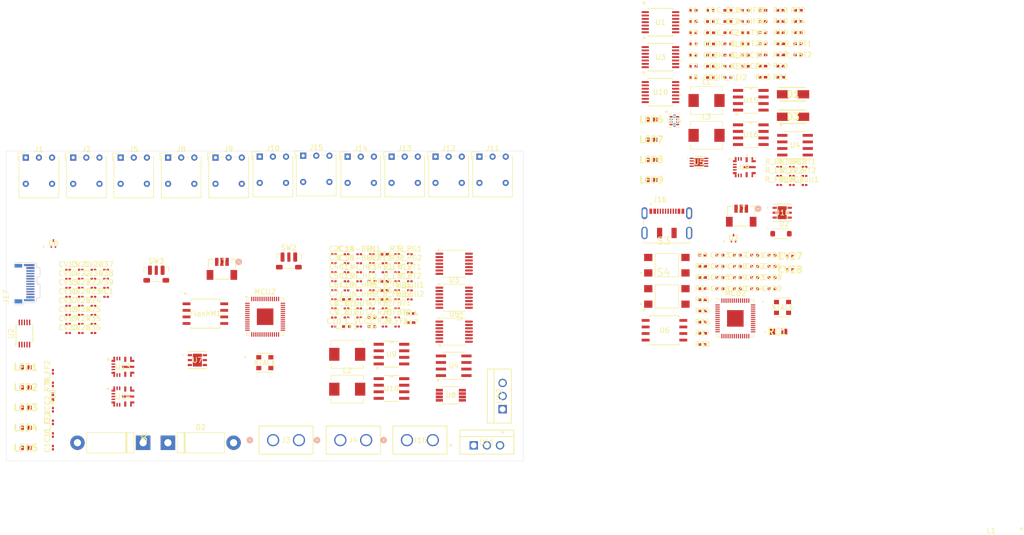
<source format=kicad_pcb>
(kicad_pcb (version 20240108) (generator "pcbnew") (generator_version "8.0")
  (layers (0 "F.Cu" signal) (1 "In1.Cu" signal) (2 "In2.Cu" signal) (3 "In3.Cu" signal) (4 "In4.Cu" signal) (31 "B.Cu" signal) (34 "B.Paste" user) (35 "F.Paste" user) (36 "B.SilkS" user "B.Silkscreen") (37 "F.SilkS" user "F.Silkscreen") (38 "B.Mask" user) (39 "F.Mask" user) (44 "Edge.Cuts" user))
  (net 0 "")
  (net 1 "Net-(U1-T+)")
  (net 2 "GND")
  (net 3 "Net-(U1-T-)")
  (net 4 "+3.3V")
  (net 5 "+5V")
  (net 6 "Net-(U3-T+)")
  (net 7 "Net-(U3-T-)")
  (net 8 "Net-(U5-T+)")
  (net 9 "Net-(U5-T-)")
  (net 10 "Net-(U8-EN)")
  (net 11 "Net-(MCU2-RUN)")
  (net 12 "Net-(MCU2-VREG_VOUT)")
  (net 13 "/5V REG")
  (net 14 "Net-(U13-SW)")
  (net 15 "Net-(U13-CBOOT)")
  (net 16 "Net-(U14-SW)")
  (net 17 "Net-(U14-CBOOT)")
  (net 18 "Net-(C_FF1-Pad1)")
  (net 19 "Net-(U13-FB)")
  (net 20 "Net-(U14-FB)")
  (net 21 "Net-(C_FF2-Pad1)")
  (net 22 "+16V")
  (net 23 "+12V")
  (net 24 "Net-(U13-VCC)")
  (net 25 "Net-(U14-VCC)")
  (net 26 "Net-(D1-A)")
  (net 27 "Net-(D2-A)")
  (net 28 "/RP2040 Standard/MCU QSPI_SD0")
  (net 29 "/RP2040 Standard/MCU QSPI_SD1")
  (net 30 "/RP2040 Standard/MCU QSPI_SS")
  (net 31 "/RP2040 Standard/MCU QSPI_SD2")
  (net 32 "/RP2040 Standard/MCU QSPI_SD3")
  (net 33 "/RP2040 Standard/MCU QSPI_SCLK")
  (net 34 "/THERMO1 T+")
  (net 35 "Net-(J2-Pin_1)")
  (net 36 "Net-(J5-Pin_1)")
  (net 37 "Net-(J7-Pad3)")
  (net 38 "Net-(J7-Pad1)")
  (net 39 "/THERMO1 T-")
  (net 40 "/THERMO2 T+")
  (net 41 "/THERMO2 T-")
  (net 42 "/THERMO3 T+")
  (net 43 "/THERMO3 T-")
  (net 44 "/ADC_AIN0")
  (net 45 "/RP2040 Standard/USB_DM")
  (net 47 "Net-(J17-CC1)")
  (net 50 "Net-(J17-CC2)")
  (net 53 "/RP2040 Standard/USB_DP")
  (net 55 "Net-(LED1-A)")
  (net 56 "Net-(LED2-K)")
  (net 57 "Net-(LED2-A)")
  (net 58 "Net-(LED3-A)")
  (net 59 "Net-(LED3-K)")
  (net 60 "Net-(LED4-A)")
  (net 61 "Net-(LED4-K)")
  (net 62 "Net-(LED5-K)")
  (net 63 "Net-(LED5-A)")
  (net 64 "/SPI_MOSI")
  (net 65 "/THERMO3_~{FAULT}")
  (net 66 "/THERMO2_~{FAULT}")
  (net 67 "/RS_RX")
  (net 68 "Net-(MCU2-USB_DM)")
  (net 69 "Net-(MCU2-SWCLK)")
  (net 70 "/RP2040 Standard/GP26_ADC0")
  (net 71 "/THERMO3_~{DRDY}")
  (net 72 "/DC.DC2 PGOOD")
  (net 73 "/THERMO1_~{CS}")
  (net 74 "/THERMO1_~{FAULT}")
  (net 75 "/RP2040 Standard/GP9{slash}SPI1 ~{CS}")
  (net 76 "/THERMO2_~{CS}")
  (net 77 "/Valve Control 2")
  (net 78 "/RP2040 Standard/GP29_ADC3")
  (net 79 "Net-(MCU2-SWD)")
  (net 80 "/RP2040 Standard/GP8{slash}SPI1 MISO")
  (net 81 "/RP2040 Standard/GP10{slash}SPI1 SCK")
  (net 82 "CRYSTAL")
  (net 84 "/ADC SDA I2C")
  (net 85 "/RP2040 Standard/GPIO3")
  (net 86 "/SPI_SCK")
  (net 87 "Net-(MCU2-USB_DP)")
  (net 88 "/RP2040 Standard/GP25{slash}PWM4 B")
  (net 89 "/ADC SDL I2C")
  (net 90 "/THERMO3_~{CS}")
  (net 91 "/DC.DC1 PGOOD")
  (net 92 "/RS_TX")
  (net 93 "/THERMO1_~{DRDY}")
  (net 94 "/RP2040 Standard/GP27_ADC1")
  (net 95 "/SPI_MISO")
  (net 96 "/THERMO2_~{DRDY}")
  (net 97 "/RP2040 Standard/GP28_ADC2")
  (net 98 "/RS_ENABLE")
  (net 99 "/Valve Control 1")
  (net 100 "/ADC RDY")
  (net 101 "Net-(U2-SDA)")
  (net 102 "Net-(U2-SCL)")
  (net 103 "/RP2040 Standard/~{RST}")
  (net 104 "Net-(XTAL1-TRI-STATE(STBY))")
  (net 105 "/RP2040 Standard/~{USB_BOOT}")
  (net 106 "Net-(U13-EN{slash}SYNC)")
  (net 107 "Net-(U14-EN{slash}SYNC)")
  (net 108 "+3V3")
  (net 109 "Net-(U13-RT)")
  (net 110 "Net-(U14-RT)")
  (net 113 "Net-(U2-ADDR)")
  (net 120 "Net-(U10-T+)")
  (net 121 "Net-(U10-T-)")
  (net 122 "Net-(U9-SW)")
  (net 123 "Net-(U9-CBOOT)")
  (net 124 "Net-(U9-VCC)")
  (net 125 "Net-(D2-PadA)")
  (net 126 "Net-(D3-A)")
  (net 135 "Net-(J16-CC1)")
  (net 136 "Net-(J16-CC2)")
  (net 137 "Net-(LED6-A)")
  (net 138 "Net-(LED7-A)")
  (net 139 "Net-(LED8-A)")
  (net 140 "Net-(LED9-A)")
  (net 141 "/TEMP ALERT")
  (net 142 "/TEMP SDA I2C")
  (net 143 "/TEMP SDL I2C")
  (net 144 "Net-(Q1-D)")
  (net 145 "Net-(U15-1SOURCE)")
  (net 146 "Net-(U15-2SOURCE)")
  (net 147 "Net-(U16-1SOURCE)")
  (net 148 "Net-(U16-2SOURCE)")
  (net 149 "Net-(U14-SCL)")
  (net 150 "Net-(U14-SDA)")
  (net 151 "Net-(U9-EN{slash}SYNC)")
  (net 152 "Net-(U9-FB)")
  (net 153 "Net-(U9-RT)")
  (footprint "SWD_Con:CONN_BM03B-SRSS-TBLFSN_JST" (layer "F.Cu") (at 232.6577 72.6083)
    (property "Reference" "J7")
    (property "Value" "BM03B-SRSS-TBLFSN")
  )
  (footprint "Capacitor_SMD:C_0201_0603Metric" (layer "F.Cu") (at 153.855 94)
    (property "Reference" "C10")
    (property "Value" "10nF")
  )
  (footprint "Resistor_SMD:R_0201_0603Metric" (layer "F.Cu") (at 166.105 92.25)
    (property "Reference" "R_FBT2")
    (property "Value" "100K")
  )
  (footprint "Package_SO:TSSOP-14_4.4x5mm_P0.65mm" (layer "F.Cu") (at 177.124201 94.9948)
    (property "Reference" "U5")
    (property "Value" "MAX31856")
  )
  (footprint "Package_SO:TSSOP-14_4.4x5mm_P0.65mm" (layer "F.Cu") (at 177.124201 88.4198)
    (property "Reference" "U3")
    (property "Value" "MAX31856")
  )
  (footprint "Resistor_SMD:R_0201_0603Metric" (layer "F.Cu") (at 109.795 88.25)
    (property "Reference" "RC1")
    (property "Value" "5k1")
  )
  (footprint "RC0402N_VIS:RC0402N_VIS" (layer "F.Cu") (at 168.740798 93.237997)
    (property "Reference" "R17")
    (property "Value" "10k")
  )
  (footprint "CAP_GCM155_MUR:CAP_GCM155_MUR" (layer "F.Cu") (at 230.0805 39.2744)
    (property "Reference" "C_IN-BLK1")
    (property "Value" "C")
  )
  (footprint "CAP_GCM155_MUR:CAP_GCM155_MUR" (layer "F.Cu") (at 238.6327 84.516)
    (property "Reference" "CV29")
    (property "Value" "1uF")
  )
  (footprint "CAP_GCM155_MUR:CAP_GCM155_MUR" (layer "F.Cu") (at 226.7183 32.7692)
    (property "Reference" "C9")
    (property "Value" "10nF")
  )
  (footprint "CAP_GCM155_MUR:CAP_GCM155_MUR" (layer "F.Cu") (at 231.9083 82.3476)
    (property "Reference" "CV18")
    (property "Value" "1uF")
  )
  (footprint "DCDC_LM61460:VQFN-HR14_RJR_TEX" (layer "F.Cu") (at 233.260799 63.138599)
    (property "Reference" "U9")
    (property "Value" "LM61460AASQRJRRQ1")
  )
  (footprint "CAP_GCM155_MUR:CAP_GCM155_MUR" (layer "F.Cu") (at 233.4427 39.2744)
    (property "Reference" "C_OUT2")
    (property "Value" "C")
  )
  (footprint "LDO ST1L05A:DFN_5APU33R_STM" (layer "F.Cu") (at 127.4478 100.5)
    (property "Reference" "U7")
    (property "Value" "ST1L05APU33R")
  )
  (footprint "RC0402N_VIS:RC0402N_VIS" (layer "F.Cu") (at 243.668995 32.7652)
    (property "Reference" "R32")
    (property "Value" "100")
  )
  (footprint "Button_Switch_THT:SW_Lever_1P2T_NKK_GW12LxH" (layer "F.Cu") (at 147.92 60.92)
    (property "Reference" "J15")
    (property "Value" "Conn_01x01_Socket")
  )
  (footprint "Capacitor_SMD:C_0201_0603Metric" (layer "F.Cu") (at 104.895 93.5)
    (property "Reference" "CV27")
    (property "Value" "4.7uF")
  )
  (footprint "RC0402N_VIS:RC0402N_VIS" (layer "F.Cu") (at 236.825799 37.086)
    (property "Reference" "R5")
    (property "Value" "2k")
  )
  (footprint "Button_Switch_SMD:SW_Push_1P1T-MP_NO_Horizontal_Alps_SKRTLAE010" (layer "F.Cu") (at 145.15 81.45)
    (property "Reference" "SW2")
    (property "Value" "SW_Push")
  )
  (footprint "CAP_GCM155_MUR:CAP_GCM155_MUR" (layer "F.Cu") (at 156.305 88.75)
    (property "Reference" "C23")
    (property "Value" "100nF")
  )
  (footprint "CAP_GCM155_MUR:CAP_GCM155_MUR" (layer "F.Cu") (at 230.0805 37.106)
    (property "Reference" "C_FF2")
    (property "Value" "C")
  )
  (footprint "Schottky RSX301L:DIOM5026X220N" (layer "F.Cu") (at 242.685 53.38)
    (property "Reference" "D3")
    (property "Value" "RSX301L-30DDTE25" (hide yes))
  )
  (footprint "RC0402N_VIS:RC0402N_VIS" (layer "F.Cu") (at 225.155799 82.3356)
    (property "Reference" "R22")
    (property "Value" "1k")
  )
  (footprint "CAP_GCM155_MUR:CAP_GCM155_MUR" (layer "F.Cu") (at 156.305 94)
    (property "Reference" "C_FF1")
    (property "Value" "C")
  )
  (footprint "2 PMOS:D8" (layer "F.Cu") (at 234.5096 50.1871)
    (property "Reference" "U15")
    (property "Value" "TPS1120DR")
  )
  (footprint "CAP_GCM155_MUR:CAP_GCM155_MUR" (layer "F.Cu") (at 223.3561 41.4428)
    (property "Reference" "C6")
    (property "Value" "100nF")
  )
  (footprint "Thermocouple:21-0066J_14_MXM" (layer "F.Cu") (at 217.0374 35.0679)
    (property "Reference" "U1")
    (property "Value" "MAX31856MUD+T")
  )
  (footprint "Capacitor_SMD:C_0201_0603Metric" (layer "F.Cu") (at 104.895 84.75)
    (property "Reference" "CV22")
    (property "Value" "100nF")
  )
  (footprint "CAP_GCM155_MUR:CAP_GCM155_MUR" (layer "F.Cu") (at 226.7183 43.6112)
    (property "Reference" "C19")
    (property "Value" "100nF")
  )
  (footprint "Button_Switch_THT:SW_Lever_1P2T_NKK_GW12LxH" (layer "F.Cu") (at 165.0225 61.1025)
    (property "Reference" "J13")
    (property "Value" "Conn_01x01_Socket")
  )
  (footprint "CAP_GCM155_MUR:CAP_GCM155_MUR" (layer "F.Cu") (at 226.7183 37.106)
    (property "Reference" "C11")
    (property "Value" "100 nF")
  )
  (footprint "Capacitor_SMD:C_0201_0603Metric" (layer "F.Cu") (at 158.755 81.75)
    (property "Reference" "C_IN-BLK2")
    (property "Value" "C")
  )
  (footprint "CAP_GCM155_MUR:CAP_GCM155_MUR" (layer "F.Cu") (at 231.9083 84.516)
    (property "Reference" "CV19")
    (property "Value" "100nF")
  )
  (footprint "Red SMD LED:HSMHH191" (layer "F.Cu") (at 94.25 109.7)
    (property "Reference" "LED3")
    (property "Value" "HSMH-H191" (hide yes))
  )
  (footprint "RC0402N_VIS:RC0402N_VIS" (layer "F.Cu") (at 161.205 94)
    (property "Reference" "R9")
    (property "Value" "10K")
  )
  (footprint "CAP_GCM155_MUR:CAP_GCM155_MUR" (layer "F.Cu") (at 226.7183 45.7796)
    (property "Reference" "C20")
    (property "Value" "10nF")
  )
  (footprint "Resistor_SMD:R_0201_0603Metric" (layer "F.Cu") (at 168.555 83.5)
    (property "Reference" "R_RT1")
    (property "Value" "R")
  )
  (footprint "Capacitor_SMD:C_0201_0603Metric" (layer "F.Cu") (at 104.895 88.25)
    (property "Reference" "CV24")
    (property "Value" "100nF")
  )
  (footprint "Capacitor_SMD:C_0201_0603Metric" (layer "F.Cu") (at 102.445 91.75)
    (property "Reference" "CV18")
    (property "Value" "1uF")
  )
  (footprint "Schottky RSX301L:DIOM5026X220N" (layer "F.Cu") (at 242.685 49.03)
    (property "Reference" "D1")
    (property "Value" "RSX301L-30DDTE25" (hide yes))
  )
  (footprint "Thermocouple:21-0066J_14_MXM" (layer "F.Cu") (at 217.0374 41.8337)
    (property "Reference" "U3")
    (property "Value" "MAX31856MUD+T")
  )
  (footprint "Resistor_SMD:R_0201_0603Metric" (layer "F.Cu") (at 163.655 83.5)
    (property "Reference" "R13")
    (property "Value" "100")
  )
  (footprint "ADS1114:RUG10" (layer "F.Cu") (at 219.7302 54.133)
    (property "Reference" "U14")
    (property "Value" "ADS1114IRUGR")
  )
  (footprint "Capacitor_SMD:C_0201_0603Metric" (layer "F.Cu") (at 102.445 90)
    (property "Reference" "CV17")
    (property "Value" "100nF")
  )
  (footprint "Capacitor_SMD:C_0201_0603Metric" (layer "F.Cu") (at 99.5 110.105 90)
    (property "Reference" "C_VCC2")
    (property "Value" "C")
  )
  (footprint "Red SMD LED:HSMHH191" (layer "F.Cu") (at 94.25 101.9)
    (property "Reference" "LED1")
    (property "Value" "HSMH-H191" (hide yes))
  )
  (footprint "Capacitor_SMD:C_0201_0603Metric" (layer "F.Cu") (at 153.855 90.5)
    (property "Reference" "C8")
    (property "Value" "100nF")
  )
  (footprint "RC0402N_VIS:RC0402N_VIS" (layer "F.Cu") (at 225.155799 84.496)
    (property "Reference" "R23")
    (property "Value" "27")
  )
  (footprint "AMASS_XT30UPB-M:CONN_XT30UPB-M_AMA" (layer "F.Cu") (at 155.1049 116)
    (property "Reference" "J4")
    (property "Value" "XT30UPB-M")
  )
  (footprint "Capacitor_SMD:C_0201_0603Metric" (layer "F.Cu") (at 153.855 80)
    (property "Reference" "C2")
    (property "Value" "100nF")
  )
  (footprint "Resistor_SMD:R_0201_0603Metric" (layer "F.Cu") (at 163.655 94)
    (property "Reference" "R29")
    (property "Value" "2k")
  )
  (footprint "AMASS_XT30UPB-M:CONN_XT30UPB-M_AMA" (layer "F.Cu") (at 142.1049 116)
    (property "Reference" "J3")
    (property "Value" "XT30UPB-M")
  )
  (footprint "CAP_GCM155_MUR:CAP_GCM155_MUR" (layer "F.Cu") (at 235.2705 86.6844)
    (property "Reference" "CV24")
    (property "Value" "100nF")
  )
  (footprint "PMEG2010ER:SODFL3517X110N" (layer "F.Cu") (at 240.355 76.025)
    (property "Reference" "D2")
    (property "Value" "PMEG2010ER")
  )
  (footprint "Resistor_SMD:R_0201_0603Metric" (layer "F.Cu") (at 99.5 102.755 90)
    (property "Reference" "R_FF2")
    (property "Value" "R")
  )
  (footprint "CAP_GCM155_MUR:CAP_GCM155_MUR" (layer "F.Cu") (at 223.3561 45.7796)
    (property "Reference" "C8")
    (property "Value" "10nF")
  )
  (footprint "Resistor_SMD:R_0201_0603Metric" (layer "F.Cu") (at 107.345 91.75)
    (property "Reference" "R25")
    (property "Value" "100")
  )
  (footprint "Button_Switch_THT:SW_Lever_1P2T_NKK_GW12LxH" (layer "F.Cu") (at 112.61 61.285)
    (property "Reference" "J5")
    (property "Value" "Conn_01x01_Socket")
  )
  (footprint "RC0402N_VIS:RC0402N_VIS" (layer "F.Cu") (at 240.247397 34.9256)
    (property "Reference" "R19")
    (property "Value" "47")
  )
  (footprint "Button_Switch_SMD:SW_Push_1P1T-MP_NO_Horizontal_Alps_SKRTLAE010" (layer "F.Cu") (at 119.5 84)
    (property "Reference" "SW3")
    (property "Value" "SW_Push")
  )
  (footprint "Resistor_SMD:R_0201_0603Metric" (layer "F.Cu") (at 244.91 63.09)
    (property "Reference" "R_RT1")
    (property "Value" "R")
  )
  (footprint "Dual PMOS:D8" (layer "F.Cu") (at 165 106)
    (property "Reference" "U10")
    (property "Value" "TPS1120DR")
  )
  (footprint "RC0402N_VIS:RC0402N_VIS" (layer "F.Cu") (at 99.5 107.655 90)
    (property "Reference" "R10")
    (property "Value" "10K")
  )
  (footprint "NOR Flash:SOIC_208MIL_WIN" (layer "F.Cu") (at 217.8121 94.7176)
    (property "Reference" "U6")
    (property "Value" "W25Q128JVSIQ TR")
  )
  (footprint "Button_Switch_THT:SW_Lever_1P2T_NKK_GW12LxH" (layer "F.Cu") (at 173.5225 61.1025)
    (property "Reference" "J12")
    (property "Value" "Conn_01x01_Socket")
  )
  (footprint "Diode_THT:D_5W_P12.70mm_Horizontal" (layer "F.Cu") (at 116.9549 116.5 180)
    (property "Reference" "D1")
    (property "Value" "1N5818")
  )
  (footprint "RC0402N_VIS:RC0402N_VIS" (layer "F.Cu") (at 225.155799 80.1752)
    (property "Reference" "R3")
    (property "Value" "5k1")
  )
  (footprint "Resistor_SMD:R_0201_0603Metric" (layer "F.Cu") (at 166.105 88.75)
    (property "Reference" "R_FBB2")
    (property "Value" "R")
  )
  (footprint "Red SMD LED:HSMHH191" (layer "F.Cu") (at 94.25 113.6)
    (property "Reference" "LED4")
    (property "Value" "HSMH-H191" (hide yes))
  )
  (footprint "Resistor_SMD:R_0201_0603Metric" (layer "F.Cu") (at 109.795 83)
    (property "Reference" "R37")
    (property "Value" "10k")
  )
  (footprint "Resistor_SMD:R_0201_0603Metric" (layer "F.Cu") (at 161.205 83.5)
    (property "Reference" "R3")
    (property "Value" "2k")
  )
  (footprint "Package_SO:TSSOP-10_3x3mm_P0.5mm" (layer "F.Cu") (at 94 95.35 90)
    (property "Reference" "U2")
    (property "Value" "ADS1114IDGS")
  )
  (footprint "Capacitor_SMD:C_0201_0603Metric" (layer "F.Cu") (at 158.755 87)
    (property "Reference" "C_IN_HFI1")
    (property "Value" "C")
  )
  (footprint "Capacitor_SMD:C_0201_0603Metric" (layer "F.Cu") (at 104.895 86.5)
    (property "Reference" "CV23")
    (property "Value" "100nF")
  )
  (footprint "Thermocouple:21-0066J_14_MXM" (layer "F.Cu") (at 217.0374 48.5995)
    (property "Reference" "U10")
    (property "Value" "MAX31856MUD+T")
  )
  (footprint "Resistor_SMD:R_0201_0603Metric" (layer "F.Cu") (at 107.345 88.25)
    (property "Reference" "R23")
    (property "Value" "27")
  )
  (footprint "CAP_GCM155_MUR:CAP_GCM155_MUR" (layer "F.Cu") (at 235.2705 80.1792)
    (property "Reference" "CV21")
    (property "Value" "100nF")
  )
  (footprint "2 PMOS:D8" (layer "F.Cu") (at 234.5096 56.8513)
    (property "Reference" "U16")
    (property "Value" "TPS1120DR")
  )
  (footprint "USBC-DX07S016JA1:JAE_DX07S016JA1R1500" (layer "F.Cu") (at 218.27 72.775)
    (property "Reference" "J16")
    (property "Value" "DX07S016JA1R1500")
    (fp_line (start 2.875 -0.315) (end 3.125 -0.315) (stroke (width 0.01)) (layer "Edge.Cuts"))
    (fp_line (start 3.125 0.315) (end 2.875 0.315) (stroke (width 0.01)) (layer "Edge.Cuts"))
    (fp_arc (start 2.56 0) (mid 2.652261 -0.222739) (end 2.875 -0.315) (stroke (width 0.01)) (layer "Edge.Cuts"))
    (fp_arc (start 2.875 0.315) (mid 2.652261 0.222739) (end 2.56 0) (stroke (width 0.01)) (layer "Edge.Cuts"))
    (fp_arc (start 3.125 -0.315) (mid 3.347739 -0.222739) (end 3.44 0) (stroke (width 0.01)) (layer "Edge.Cuts"))
    (fp_arc (start 3.44 0) (mid 3.347739 0.222739) (end 3.125 0.315) (stroke (width 0.01)) (layer "Edge.Cuts"))
  )
  (footprint "CAP_GCM155_MUR:CAP_GCM155_MUR" (layer "F.Cu") (at 233.4427 37.106)
    (property "Reference" "C_OUT1")
    (property "Value" "C")
  )
  (footprint "Capacitor_SMD:C_0201_0603Metric" (layer "F.Cu") (at 104.895 90)
    (property "Reference" "CV25")
    (property "Value" "1uF")
  )
  (footprint "Resistor_SMD:R_0201_0603Metric" (layer "F.Cu") (at 166.105 81.75)
    (property "Reference" "R32")
    (property "Value" "30")
  )
  (footprint "I2C Voltage Translator:TSSOP8_SOT505-1_NXP" (layer "F.Cu") (at 176.487701 107.3044)
    (property "Reference" "U8")
    (property "Value" "PCA9306DP_118")
  )
  (footprint "Capacitor_SMD:C_0201_0603Metric" (layer "F.Cu") (at 99.5 117.455 90)
    (property "Reference" "C1")
    (property "Value" "10nF")
  )
  (footprint "Red SMD LED:HSMHH191" (layer "F.Cu") (at 94.25 117.5)
    (property "Reference" "LED5")
    (property "Value" "HSMH-H191" (hide yes))
  )
  (footprint "Red SMD LED:HSMHH191" (layer "F.Cu") (at 215.275 61.725)
    (property "Reference" "LED8")
    (property "Value" "HSMH-H191" (hide yes))
  )
  (footprint "Resistor_SMD:R_0201_0603Metric" (layer "F.Cu") (at 107.345 93.5)
    (property "Reference" "R35")
    (property "Value" "100")
  )
  (footprint "Button_Switch_THT:SW_Lever_1P2T_NKK_GW12LxH" (layer "F.Cu") (at 121.785 61.285)
    (property "Reference" "J8")
    (property "Value" "Conn_01x01_Socket")
  )
  (footprint "RC0402N_VIS:RC0402N_VIS" (layer "F.Cu") (at 236.825799 41.4068)
    (property "Reference" "R7")
    (property "Value" "100")
  )
  (footprint "Capacitor_SMD:C_0201_0603Metric" (layer "F.Cu") (at 153.855 88.75)
    (property "Reference" "C7")
    (property "Value" "10nF")
  )
  (footprint "RC0402N_VIS:RC0402N_VIS" (layer "F.Cu") (at 240.247397 41.4068)
    (property "Reference" "R27")
    (property "Value" "2k")
  )
  (footprint "CAP_GCM155_MUR:CAP_GCM155_MUR" (layer "F.Cu") (at 223.3561 32.7692)
    (property "Reference" "C1")
    (property "Value" "100nF")
  )
  (footprint "RC0402N_VIS:RC0402N_VIS" (layer "F.Cu") (at 243.668995 39.2464)
    (property "Reference" "R_FBT1")
    (property "Value" "100K")
  )
  (footprint "Resistor_SMD:R_0201_0603Metric" (layer "F.Cu") (at 163.655 92.25)
    (property "Reference" "R28")
    (property "Value" "30")
  )
  (footprint "CAP_GCM155_MUR:CAP_GCM155_MUR" (layer "F.Cu") (at 233.4427 43.6112)
    (property "Reference" "C_VCC2")
    (property "Value" "C")
  )
  (footprint "RC0402N_VIS:RC0402N_VIS" (layer "F.Cu") (at 240.247397 37.086)
    (property "Reference" "R20")
    (property "Value" "47")
  )
  (footprint "CAP_GCM155_MUR:CAP_GCM155_MUR" (layer "F.Cu") (at 238.6327 80.1792)
    (property "Reference" "CV25")
    (property "Value" "1uF")
  )
  (footprint "Capacitor_SMD:C_0201_0603Metric" (layer "F.Cu") (at 102.445 86.5)
    (property "Reference" "CV15")
    (property "Value" "1uF")
  )
  (footprint "RC0402N_VIS:RC0402N_VIS" (layer "F.Cu") (at 236.825799 34.9256)
    (property "Reference" "R2")
    (property "Value" "100")
  )
  (footprint "DCDC_LM61460:VQFN-HR14_RJR_TEX" (layer "F.Cu") (at 113.050001 101.800602)
    (property "Reference" "U13")
    (property "Value" "LM61460AASQRJRRQ1")
  )
  (footprint "RC0402N_VIS:RC0402N_VIS" (layer "F.Cu") (at 168.740798 91.487997)
    (property "Reference" "R14")
    (property "Value" "10k")
  )
  (footprint "CAP_GCM155_MUR:CAP_GCM155_MUR" (layer "F.Cu") (at 228.5461 82.3476)
    (property "Reference" "CV14")
    (property "Value" "100nF")
  )
  (footprint "Capacitor_SMD:C_0201_0603Metric" (layer "F.Cu") (at 102.445 84.75)
    (property "Reference" "CV14")
    (property "Value" "100nF")
  )
  (footprint "RC0402N_VIS:RC0402N_VIS" (layer "F.Cu") (at 161.205 85.25)
    (property "Reference" "R4")
    (property "Value" "200k")
  )
  (footprint "Resistor_SMD:R_0201_0603Metric" (layer "F.Cu") (at 161.205 90.5)
    (property "Reference" "R7")
    (property "Value" "100")
  )
  (footprint "RC0402N_VIS:RC0402N_VIS" (layer "F.Cu") (at 240.247397 32.7652)
    (property "Reference" "R18")
    (property "Value" "47")
  )
  (footprint "CAP_GCM155_MUR:CAP_GCM155_MUR" (layer "F.Cu") (at 226.7183 39.2744)
    (property "Reference" "C17")
    (property "Value" "10nF")
  )
  (footprint "RC0402N_VIS:RC0402N_VIS" (layer "F.Cu") (at 243.668995 34.9256)
    (property "Reference" "R34")
    (property "Value" "2k")
  )
  (footprint "Inductor_SMD:L_Neosid_SM-PIC0512H" (layer "F.Cu") (at 225.95 50.23)
    (property "Reference" "L1")
    (property "Value" "L")
  )
  (footprint "Capacitor_SMD:C_0201_0603Metric" (layer "F.Cu") (at 107.345 83)
    (property "Reference" "CV29")
    (property "Value" "1uF")
  )
  (footprint "Resistor_SMD:R_0201_0603Metric" (layer "F.Cu") (at 168.555 80)
    (property "Reference" "R_PG1")
    (property "Value" "R")
  )
  (footprint "Inductor_SMD:L_Neosid_SM-PIC0512H" (layer "F.Cu") (at 225.95 56.98)
    (property "Reference" "L3")
    (property "Value" "L")
  )
  (footprint "Capacitor_SMD:C_0201_0603Metric" (layer "F.Cu") (at 153.855 85.25)
    (property "Reference" "C5")
    (property "Value" "100 nF")
  )
  (footprint "RC0402N_VIS:RC0402N_VIS" (layer "F.Cu") (at 163.655 80)
    (property "Reference" "R11")
    (property "Value" "20K")
  )
  (footprint "CAP_GCM155_MUR:CAP_GCM155_MUR" (layer "F.Cu") (at 231.9083 86.6844)
    (property "Reference" "CV20")
    (property "Value" "100nF")
  )
  (footprint "GRM15x:GRM15x" (layer "F.Cu") (at 242.105 80.395)
    (property "Reference" "CV27")
    (property "Value" "4.7uF" (hide yes))
  )
  (footprint "Resistor_SMD:R_0201_0603Metric" (layer "F.Cu") (at 242.46 63.09)
    (property "Reference" "R_FBB2")
    (property "Value" "R")
  )
  (footprint "CAP_GCM155_MUR:CAP_GCM155_MUR" (layer "F.Cu") (at 223.3561 39.2744)
    (property "Reference" "C4")
    (property "Value" "10nF")
  )
  (footprint "CAP_GCM155_MUR:CAP_GCM155_MUR" (layer "F.Cu") (at 226.7183 34.9376)
    (property "Reference" "C10")
    (property "Value" "10nF")
  )
  (footprint "Red SMD LED:HSMHH191" (layer "F.Cu") (at 215.275 65.625)
    (property "Reference" "LED9")
    (property "Value" "HSMH-H191" (hide yes))
  )
  (footprint "RC0402N_VIS:RC0402N_VIS" (layer "F.Cu") (at 240.247397 43.5672)
    (property "Reference" "R28")
    (property "Value" "100")
  )
  (footprint "RC0402N_VIS:RC0402N_VIS" (layer "F.Cu") (at 236.825799 32.7652)
    (property "Reference" "R1")
    (property "Value" "100")
  )
  (footprint "Resistor_SMD:R_0201_0603Metric" (layer "F.Cu") (at 166.105 80)
    (property "Reference" "R31")
    (property "Value" "30")
  )
  (footprint "Package_SO:TSSOP-14_4.4x5mm_P0.65mm" (layer "F.Cu") (at 177.124201 81.8448)
    (property "Reference" "U1")
    (property "Value" "MAX31856")
  )
  (footprint "RC0402N_VIS:RC0402N_VIS" (layer "F.Cu") (at 225.155799 97.4584)
    (property "Reference" "R38")
    (property "Value" "1k")
  )
  (footprint "Resistor_SMD:R_0201_0603Metric" (layer "F.Cu") (at 109.795 84.75)
    (property "Reference" "R38")
    (property "Value" "1k")
  )
  (footprint "CAP_GCM155_MUR:CAP_GCM155_MUR" (layer "F.Cu") (at 233.4427 34.9376)
    (property "Reference" "C_IN_HFI4")
    (property "Value" "C")
  )
  (footprint "RC0402N_VIS:RC0402N_VIS" (layer "F.Cu") (at 163.655 85.25)
    (property "Reference" "R15")
    (property "Value" "20K")
  )
  (footprint "Inductor_SMD:L_Neosid_SM-PIC0512H" (layer "F.Cu") (at 156.4404 99.3787)
    (property "Reference" "L1")
    (property "Value" "L")
  )
  (footprint "RC0402N_VIS:RC0402N_VIS" (layer "F.Cu") (at 236.825799 39.2464)
    (property "Reference" "R6")
    (property "Value" "100")
  )
  (footprint "SWD_Con:CONN_BM03B-SRSS-TBLFSN_JST" (layer "F.Cu") (at 132.2 82.903401)
    (property "Reference" "J7")
    (property "Value" "BM03B-SRSS-TBLFSN")
  )
  (footprint "Resistor_SMD:R_0201_0603Metric" (layer "F.Cu") (at 166.105 83.5)
    (property "Reference" "R_ENT1")
    (property "Value" "R")
  )
  (footprint "CAP_GCM155_MUR:CAP_GCM155_MUR" (layer "F.Cu") (at 223.3561 43.6112)
    (property "Reference" "C7")
    (property "Value" "10nF")
  )
  (footprint "Capacitor_SMD:C_0201_0603Metric" (layer "F.Cu") (at 156.305 85.25)
    (property "Reference" "C15")
    (property "Value" "10nF")
  )
  (footprint "RS Transceiver:21-0041-3-M_90-0096-8L_MXM" (layer "F.Cu") (at 243.0708 58.8852)
    (property "Reference" "U4")
    (property "Value" "MAX485CSA+T")
  )
  (footprint "Connector_USB:USB_C_Plug_JAE_DX07P024AJ1" (layer "F.Cu") (at 94 85.5 90)
    (property "Reference" "J17")
    (property "Value" "USB_C")
    (fp_line (start -4.3 -1.93) (end -4.3 -0.2275) (stroke (width 0.1)) (layer "Edge.Cuts"))
    (fp_line (start -4.3 -0.2275) (end -3.9 -0.2275) (stroke (width 0.1)) (layer "Edge.Cuts"))
    (fp_line (start 3.9 1.9225) (end 3.9 -1.9175) (stroke (width 0.1)) (layer "Edge.Cuts"))
    (fp_line (start -3.9 1.9225) (end -3.9 -0.2275) (stroke (width 0.1)) (layer "Edge.Cuts"))
    (fp_line (start 3.575 2.3725) (end 3.9 1.9225) (stroke (width 0.1)) (layer "Edge.Cuts"))
    (fp_line (start 3.125 2.3725) (end 3.575 2.3725) (stroke (width 0.1)) (layer "Edge.Cuts"))
    (fp_line (start -3.125 2.3725) (end -3.53 2.3725) (stroke (width 0.1)) (layer "Edge.Cuts"))
    (fp_line (start -3.53 2.3725) (end -3.9 1.9225) (stroke (width 0.1)) (layer "Edge.Cuts"))
    (fp_line (start -0.1 2.4225) (end 0.9 2.4225) (stroke (width 0.1)) (layer "Edge.Cuts"))
    (fp_line (start -0.3 2.6225) (end -0.3 2.8225) (stroke (width 0.1)) (layer "Edge.Cuts"))
    (fp_line (start 2.925 2.8225) (end 2.925 2.5725) (stroke (width 0.1)) (layer "Edge.Cuts"))
    (fp_line (start 1.1 2.8225) (end 1.1 2.6225) (stroke (width 0.1)) (layer "Edge.Cuts"))
    (fp_line (start -2.925 2.8225) (end -2.925 2.5725) (stroke (width 0.1)) (layer "Edge.Cuts"))
    (fp_line (start 1.3 3.0225) (end 2.725 3.0225) (stroke (width 0.1)) (layer "Edge.Cuts"))
    (fp_line (start -0.5 3.0225) (end -2.725 3.0225) (stroke (width 0.1)) (layer "Edge.Cuts"))
    (fp_arc (start -3.125 2.3725) (mid -2.983579 2.431079) (end -2.925 2.5725) (stroke (width 0.1)) (layer "Edge.Cuts"))
    (fp_arc (start 0.9 2.4225) (mid 1.041421 2.481079) (end 1.1 2.6225) (stroke (width 0.1)) (layer "Edge.Cuts"))
    (fp_arc (start 2.925 2.5725) (mid 2.983579 2.431079) (end 3.125 2.3725) (stroke (width 0.1)) (layer "Edge.Cuts"))
    (fp_arc (start -0.3 2.6225) (mid -0.241421 2.481079) (end -0.1 2.4225) (stroke (width 0.1)) (layer "Edge.Cuts"))
    (fp_arc (start 2.925 2.8225) (mid 2.866421 2.963921) (end 2.725 3.0225) (stroke (width 0.1)) (layer "Edge.Cuts"))
    (fp_arc (start -0.3 2.8225) (mid -0.358579 2.963921) (end -0.5 3.0225) (stroke (width 0.1)) (layer "Edge.Cuts"))
    (fp_arc (start 1.3 3.0225) (mid 1.158579 2.963921) (end 1.1 2.8225) (stroke (width 0.1)) (layer "Edge.Cuts"))
    (fp_arc (start -2.725 3.0225) (mid -2.866421 2.963921) (end -2.925 2.8225) (stroke (width 0.1)) (layer "Edge.Cuts"))
  )
  (footprint "CAP_GCM155_MUR:CAP_GCM155_MUR" (layer "F.Cu") (at 228.5461 86.6844)
    (property "Reference" "CV16")
    (property "Value" "100nF")
  )
  (footprint "CAP_GCM155_MUR:CAP_GCM155_MUR" (layer "F.Cu") (at 235.2705 84.516)
    (property "Reference" "CV23")
    (property "Value" "100nF")
  )
  (footprint "CAP_GCM155_MUR:CAP_GCM155_MUR" (layer "F.Cu") (at 228.5461 84.516)
    (property "Reference" "CV15")
    (property "Value" "1uF")
  )
  (footprint "Resistor_SMD:R_0201_0603Metric" (layer "F.Cu") (at 107.345 95.25)
    (property "Reference" "R36")
    (property "Value" "1k")
  )
  (footprint "Inductor_SMD:L_Neosid_SM-PIC0512H" (layer "F.Cu") (at 156.4404 106.1287)
    (property "Reference" "L2")
    (property "Value" "L")
  )
  (footprint "RC0402N_VIS:RC0402N_VIS" (layer "F.Cu") (at 240.247397 39.2464)
    (property "Reference" "R21")
    (property "Value" "47")
  )
  (footprint "Capacitor_SMD:C_0201_0603Metric" (layer "F.Cu") (at 102.445 93.5)
    (property "Reference" "CV19")
    (property "Value" "100nF")
  )
  (footprint "RC0402N_VIS:RC0402N_VIS" (layer "F.Cu") (at 243.668995 37.086)
    (property "Reference" "R40")
    (property "Value" "2k")
  )
  (footprint "Capacitor_SMD:C_0201_0603Metric" (layer "F.Cu") (at 102.445 83)
    (property "Reference" "CV13")
    (property "Value" "1uF")
  )
  (footprint "NMOS IRLZ44:PG-TO220-3_INF" (layer "F.Cu") (at 186.5 110 90)
    (property "Reference" "U12")
    (property "Value" "IRLZ44NPBF")
  )
  (footprint "Button_Switch_THT:SW_Lever_1P2T_NKK_GW12LxH" (layer "F.Cu") (at 130.96 61.285)
    (property "Reference" "J9")
    (property "Value" "Conn_01x01_Socket")
  )
  (footprint "Button_Switch_THT:SW_Lever_1P2T_NKK_GW12LxH" (layer "F.Cu") (at 182.0225 61.1025)
    (property "Reference" "J11")
    (property "Value" "Conn_01x01_Socket")
  )
  (footprint "CAP_GCM155_MUR:CAP_GCM155_MUR" (layer "F.Cu") (at 230.0805 32.7692)
    (property "Reference" "C_BT1")
    (property "Value" "C")
  )
  (footprint "Capacitor_SMD:C_0201_0603Metric" (layer "F.Cu") (at 158.755 88.75)
    (property "Reference" "C_IN_HFI2")
    (property "Value" "C")
  )
  (footprint "Resistor_SMD:R_0201_0603Metric" (layer "F.Cu") (at 244.91 66.59)
    (property "Reference" "R_pull1")
    (property "Value" "R")
  )
  (footprint "CAP_GCM155_MUR:CAP_GCM155_MUR" (layer "F.Cu") (at 233.4427 32.7692)
    (property "Reference" "C_IN_HFI3")
    (property "Value" "C")
  )
  (footprint "CAP_GCM155_MUR:CAP_GCM155_MUR" (layer "F.Cu") (at 230.0805 45.7796)
    (property "Reference" "C_IN_HFI2")
    (property "Value" "C")
  )
  (footprint "RC0402N_VIS:RC0402N_VIS" (layer "F.Cu") (at 163.655 88.75)
    (property "Reference" "R26")
    (property "Value" "130")
  )
  (footprint "RC0402N_VIS:RC0402N_VIS" (layer "F.Cu") (at 236.825799 43.5672)
    (property "Reference" "R12")
    (property "Value" "2k")
  )
  (footprint "Capacitor_SMD:C_0201_0603Metric" (layer "F.Cu") (at 99.5 112.555 90)
    (property "Reference" "C_FF2")
    (property "Value" "C")
  )
  (footprint "RC0402N_VIS:RC0402N_VIS" (layer "F.Cu") (at 225.155799 95.298)
    (property "Reference" "R37")
    (property "Value" "10k")
  )
  (footprint "Resistor_SMD:R_0201_0603Metric" (layer "F.Cu") (at 242.46 66.59)
    (property "Reference" "R_PG2")
    (property "Value" "R")
  )
  (footprint "CAP_GCM155_MUR:CAP_GCM155_MUR" (layer "F.Cu") (at 230.0805 43.6112)
    (property "Reference" "C_IN_HFI1")
    (property "Value" "C")
  )
  (footprint "CAP_GCM155_MUR:CAP_GCM155_MUR" (layer "F.Cu") (at 230.0805 41.4428)
    (property "Reference" "C_IN-BLK2")
    (property "Value" "C")
  )
  (footprint "Capacitor_SMD:C_0201_0603Metric" (layer "F.Cu") (at 104.895 95.25)
    (property "Reference" "CV28")
    (property "Value" "4.7uF")
  )
  (footprint "Resistor_SMD:R_0201_0603Metric" (layer "F.Cu") (at 242.46 64.84)
    (property "Reference" "R_FF2")
    (property "Value" "R")
  )
  (footprint "RC0402N_VIS:RC0402N_VIS" (layer "F.Cu") (at 225.155799 86.6564)
    (property "Reference" "R24")
    (property "Value" "27")
  )
  (footprint "Resistor_SMD:R_0201_0603Metric" (layer "F.Cu") (at 161.205 87)
    (property "Reference" "R5")
    (property "Value" "3k2")
  )
  (footprint "Resistor_SMD:R_0201_0603Metric" (layer "F.Cu") (at 240.01 63.09)
    (property "Reference" "R_ENT1")
    (property "Value" "R")
  )
  (footprint "Resistor_SMD:R_0201_0603Metric" (layer "F.Cu") (at 163.655 81.75)
    (property "Reference" "R12")
    (property "Value" "100")
  )
  (footprint "Resistor_SMD:R_0201_0603Metric" (layer "F.Cu") (at 109.795 86.5)
    (property "Reference" "R39")
    (property "Value" "5k1")
  )
  (footprint "Capacitor_SMD:C_0201_0603Metric" (layer "F.Cu") (at 158.755 90.5)
    (property "Reference" "C_OUT1")
    (property "Value" "C")
  )
  (footprint "Package_DFN_QFN:QFN-56-1EP_7x7mm_P0.4mm_EP3.2x3.2mm" (layer "F.Cu") (at 231.52 92.42)
    (property "Reference" "MCU2")
    (property "Value" "RP2040")
  )
  (footprint "NMOS IRLZ44:PG-TO220-3_INF" (layer "F.Cu") (at 180.92 117)
    (property "Reference" "U11")
    (property "Value" "IRLZ44NPBF")
  )
  (footprint "ESD7L5-Diode:SOT-723_0P85X1P25_ONS" (layer "F.Cu") (at 231.1705 76.8907)
    (property "Reference" "U2")
    (property "Value" "ESD7L5.0DT5G")
  )
  (footprint "CAP_GCM155_MUR:CAP_GCM155_MUR" (layer "F.Cu") (at 231.9083 80.1792)
    (property "Reference" "CV17")
    (property "Value" "100nF")
  )
  (footprint "CAP_GCM155_MUR:CAP_GCM155_MUR" (layer "F.Cu") (at 228.5461 80.1792)
    (property "Reference" "CV13")
    (property "Value" "1uF")
  )
  (footprint "Button_Switch_THT:SW_Lever_1P2T_NKK_GW12LxH" (layer "F.Cu") (at 156.5225 61.1025)
    (property "Reference" "J14")
    (property "Value" "Conn_01x01_Socket")
  )
  (footprint "Capacitor_SMD:C_0201_0603Metric" (layer "F.Cu") (at 153.855 87)
    (property "Reference" "C6")
    (property "Value" "10nF")
  )
  (footprint "Capacitor_SMD:C_0201_0603Metric" (layer "F.Cu") (at 158.755 83.5)
    (property "Reference" "C_IN_HF1")
    (property "Value" "C")
  )
  (footprint "Button_Switch_THT:SW_Lever_1P2T_NKK_GW12LxH" (layer "F.Cu") (at 103.435 61.285)
    (property "Reference" "J2")
    (property "Value" "Conn_01x01_Socket")
  )
  (footprint "Resistor_SMD:R_0201_0603Metric" (layer "F.Cu") (at 168.555 88.75)
    (property "Reference" "R_pull2")
    (property "Value" "R")
  )
  (footprint "RS Transceiver:21-0041-3-M_90-0096-8L_MXM" (layer "F.Cu") (at 177.035001 101.595)
    (property "Reference" "U4")
    (property "Value" "MAX485CSA+T")
  )
  (footprint "Capacitor_SMD:C_0201_0603Metric" (layer "F.Cu") (at 153.855 92.25)
    (property "Reference" "C9")
    (property "Value" "10nF")
  )
  (footprint "MCP9808-TempSensor:DFN8_2x3MC_MCH" (layer "F.Cu") (at 224.4824 62.1885)
    (property "Reference" "U5")
    (property "Value" "MCP9808T-E/MC")
  )
  (footprint "AS12MHz:ASE-3.2X2.5_ABR" (layer "F.Cu") (at 240.6546 90.297)
    (property "Reference" "XTAL1")
    (property "Value" "ASE-12.000MHZ-LC-T")
  )
  (footprint "CAP_GCM155_MUR:CAP_GCM155_MUR" (layer "F.Cu") (at 235.2705 82.3476)
    (property "Reference" "CV22")
    (property "Value" "100nF")
  )
  (footprint "Resistor_SMD:R_0201_0603Metric" (layer "F.Cu") (at 107.345 86.5)
    (property "Reference" "R22")
    (property "Value" "1k")
  )
  (footprint "LDO ST1L05A:DFN_5APU33R_STM" (layer "F.Cu") (at 240.5878 71.9546)
    (property "Reference" "U18")
    (property "Value" "ST1L05APU33R")
  )
  (footprint "Dual PMOS:D8" (layer "F.Cu") (at 165 99.3358)
    (property "Reference" "U9")
    (property "Value" "TPS1120DR")
  )
  (footprint "ERA6AEB101V:ERA6AEB101V" (layer "F.Cu") (at 239.825 95)
    (property "Reference" "RC1")
    (property "Value" "5k1" (hide yes))
  )
  (footprint "Button_Switch_THT:SW_Lever_1P2T_NKK_GW12LxH" (layer "F.Cu") (at 139.5225 61.1025)
    (property "Reference" "J10")
    (property "Value" "Conn_01x01_Socket")
  )
  (footprint "Resistor_SMD:R_0201_0603Metric" (layer "F.Cu") (at 99.5 105.205 90)
    (property "Reference" "R30")
    (property "Value" "2k")
  )
  (footprint "Capacitor_SMD:C_0201_0603Metric" (layer "F.Cu") (at 158.755 85.25)
    (property "Reference" "C_IN_HF2")
    (property "Value" "C")
  )
  (footprint "Capacitor_SMD:C_0201_0603Metric" (layer "F.Cu") (at 99.5 115.005 90)
    (property "Reference" "C11")
    (property "Value" "10nF")
  )
  (footprint "Resistor_SMD:R_0201_0603Metric" (layer "F.Cu") (at 166.105 87)
    (property "Reference" "R_FBB1")
    (property "Value" "R")
  )
  (footprint "E-Switch_7mm:SW_TL3305CF160QG" (layer "F.Cu") (at 218.275 88.17)
    (property "Reference" "S4")
    (property "Value" "TL3305CF160QG")
  )
  (footprint "Capacitor_SMD:C_0201_0603Metric" (layer "F.Cu") (at 153.855 81.75)
    (property "Reference" "C3")
    (property "Value" "10nF")
  )
  (footprint "AS12MHz:ASE-3.2X2.5_ABR" (layer "F.Cu") (at 140.5 101)
    (property "Reference" "XTAL1")
    (property "Value" "ASE-12.000MHZ-LC-T")
  )
  (footprint "NOR Flash:SOIC_208MIL_WIN" (layer "F.Cu") (at 129 91.5)
    (property "Reference" "FlashM1")
    (property "Value" "W25Q128JVSIQ_TR")
  )
  (footprint "CAP_GCM155_MUR:CAP_GCM155_MUR" (layer "F.Cu") (at 233.4427 41.4428)
    (property "Reference" "C_VCC1")
    (property "Value" "C")
  )
  (footprint "ESD7L5-Diode:SOT-723_0P85X1P25_ONS" (layer "F.Cu") (at 99.600001 77.9285)
    (property "Reference" "U6")
    (property "Value" "ESD7L5.0DT5G")
  )
  (footprint "Resistor_SMD:R_0201_0603Metric" (layer "F.Cu") (at 240.01 64.84)
    (property "Reference" "R_ENT2")
    (property "Value" "R")
  )
  (footprint "RC0402N_VIS:RC0402N_VIS" (layer "F.Cu") (at 243.668995 41.4068)
    (property "Reference" "R_FBT2")
    (property "Value" "100K")
  )
  (footprint "CAP_GCM155_MUR:CAP_GCM155_MUR" (layer "F.Cu") (at 223.3561 37.106)
    (property "Reference" "C3")
    (property "Value" "10nF")
  )
  (footprint "DCDC_LM61460:VQFN-HR14_RJR_TEX" (layer "F.Cu") (at 113.050001 107.55)
    (property "Reference" "U14")
    (property "Value" "LM61460AASQRJRRQ1")
  )
  (footprint "Resistor_SMD:R_0201_0603Metric" (layer "F.Cu") (at 107.345 90)
    (property "Reference" "R24")
    (property "Value" "27")
  )
  (footprint "Capacitor_SMD:C_0201_0603Metric" (layer "F.Cu") (at 156.305 90.5)
    (property "Reference" "C_BT1")
    (property "Value" "C")
  )
  (footprint "Capacitor_SMD:C_0201_0603Metric" (layer "F.Cu") (at 156.305 87)
    (property "Reference" "C16")
    (property "Value" "10nF")
  )
  (footprint "CAP_GCM155_MUR:CAP_GCM155_MUR" (layer "F.Cu") (at 238.6327 86.6844)
    (property "Reference" "CV30")
    (property "Value" "100nF")
  )
  (footprint "RC0402N_VIS:RC0402N_VIS" (layer "F.Cu") (at 225.155799 93.1376)
    (property "Reference" "R36")
    (property "Value" "1k")
  )
  (footprint "Capacitor_SMD:C_0201_0603Metric" (layer "F.Cu") (at 156.305 92.25)
    (property "Reference" "C_BT2")
    (property "Value" "C")
  )
  (footprint "Resistor_SMD:R_0201_0603Metric" (layer "F.Cu") (at 161.205 80)
    (property "Reference" "R1")
    (property "Value" "100")
  )
  (footprint "Capacitor_SMD:C_0201_0603Metric" (layer "F.Cu") (at 107.345 84.75)
    (property "Reference" "CV30")
    (property "Value" "100nF")
  )
  (footprint "Capacitor_SMD:C_0201_0603Metric" (layer "F.Cu") (at 104.895 83)
    (property "Reference" "CV21")
    (property "Value" "100nF")
  )
  (footprint "Capacitor_SMD:C_0201_0603Metric" (layer "F.Cu") (at 156.305 81.75)
    (property "Reference" "C13")
    (property "Value" "100nF")
  )
  (footprint "RC0402N_VIS:RC0402N_VIS" (layer "F.Cu") (at 240.247397 45.7276)
    (property "Reference" "R31")
    (property "Value" "2k")
  )
  (footprint "Resistor_SMD:R_0201_0603Metric" (layer "F.Cu") (at 166.105 90.5)
    (property "Reference" "R_FBT1")
    (property "Value" "100K")
  )
  (footprint "RC0402N_VIS:RC0402N_VIS" (layer "F.Cu") (at 163.655 87)
    (property "Reference" "R16")
    (property "Value" "120")
  )
  (footprint "CAP_GCM155_MUR:CAP_GCM155_MUR" (layer "F.Cu") (at 223.3561 34.9376)
    (property "Reference" "C2")
    (property "Value" "10nF")
  )
  (footprint "Capacitor_SMD:C_0201_0603Metric" (layer "F.Cu") (at 153.855 83.5)
    (property "Reference" "C4")
    (property "Value" "10nF")
  )
  (footprint "Resistor_SMD:R_0201_0603Metric" (layer "F.Cu") (at 168.555 85.25)
    (property "Reference" "R_RT2")
    (property "Value" "R")
  )
  (footprint "Resistor_SMD:R_0201_0603Metric" (layer "F.Cu") (at 166.105 85.25)
    (property "Reference" "R_ENT2")
    (property "Value" "R")
  )
  (footprint "E-Switch_7mm:SW_TL3305CF160QG" (layer "F.Cu") (at 218.275 82.12)
    (property "Reference" "S3")
    (property "Value" "TL3305CF160QG")
  )
  (footprint "RC0402N_VIS:RC0402N_VIS" (layer "F.Cu") (at 225.155799 88.8168)
    (property "Reference" "R25")
    (property "Value" "100")
  )
  (footprint "Resistor_SMD:R_0201_0603Metric" (layer "F.Cu") (at 166.105 94)
    (property "Reference" "R_FF1")
    (property "Value" "R")
  )
  (footprint "Resistor_SMD:R_0201_0603Metric" (layer "F.Cu") (at 168.555 81.75)
    (property "Reference" "R_PG2")
    (property "Value" "R")
  )
  (footprint "Capacitor_SMD:C_0201_0603Metric" (layer "F.Cu") (at 102.445 88.25)
    (property "Reference" "CV16")
    (property "Value" "100nF")
  )
  (footprint "Resistor_SMD:R_0201_0603Metric" (layer "F.Cu") (at 163.655 90.5)
    (property "Reference" "R27")
    (property "Value" "30")
  )
  (footprint "Capacitor_SMD:C_0201_0603Metric" (layer "F.Cu") (at 156.305 83.5)
    (property "Reference" "C14")
    (property "Value" "10nF")
  )
  (footprint "Resistor_SMD:R_0201_0603Metric" (layer "F.Cu") (at 161.205 88.75)
    (property "Reference" "R6")
    (property "Value" "100")
  )
  (footprint "Capacitor_SMD:C_0201_0603Metric" (layer "F.Cu") (at 158.755 94)
    (property "Reference" "C_VCC1")
    (property "Value" "C")
  )
  (footprint "Capacitor_SMD:C_0201_0603Metric" (layer "F.Cu") (at 156.305 80)
    (property "Reference" "C12")
    (property "Value" "10nF")
  )
  (footprint "Capacitor_SMD:C_0201_0603Metric" (layer "F.Cu") (at 158.755 80)
    (property "Reference" "C_IN-BLK1")
    (property "Value" "C")
  )
  (footprint "Diode_THT:D_5W_P12.70mm_Horizontal" (layer "F.Cu") (at 121.7549 116.5)
    (property "Reference" "D2")
    (property "Value" "1N5818")
  )
  (footprint "Capacitor_SMD:C_0201_0603Metric" (layer "F.Cu") (at 158.755 92.25)
    (property "Reference" "C_OUT2")
    (property "Value" "C")
  )
  (footprint "Red SMD LED:HSMHH191" (layer "F.Cu") (at 215.275 53.925)
    (property "Reference" "LED6")
    (property "Value" "HSMH-H191" (hide yes))
  )
  (footprint "AMASS_XT30UPB-M:CONN_XT30UPB-M_AMA" (layer "F.Cu") (at 168 116)
    (property "Reference" "J16")
    (property "Value" "XT30UPB-M")
  )
  (footprint "Red SMD LED:HSMHH191" (layer "F.Cu") (at 94.25 105.8)
    (property "Reference" "LED2")
    (property "Value" "HSMH-H191" (hide yes))
  )
  (footprint "GRM15x:GRM15x" (layer "F.Cu") (at 242.105 82.995)
    (property "Reference" "CV28")
    (property "Value" "4.7uF" (hide yes))
  )
  (footprint "CAP_GCM155_MUR:CAP_GCM155_MUR" (layer "F.Cu") (at 238.6327 82.3476)
    (property "Reference" "CV26")
    (property "Value" "100nF")
  )
  (footprint "CAP_GCM155_MUR:CAP_GCM155_MUR" (layer "F.Cu") (at 230.0805 34.9376)
    (property "Reference" "C_BT2")
    (property "Value" "C")
  )
  (footprint "Button_Switch_THT:SW_Lever_1P2T_NKK_GW12LxH" (layer "F.Cu") (at 94.26 61.285)
    (property "Reference" "J1")
    (property "Value" "Conn_01x01_Socket")
  )
  (footprint "Capacitor_SMD:C_0201_0603Metric" (layer "F.Cu") (at 104.895 91.75)
    (property "Reference" "CV26")
    (property "Value" "100nF")
  )
  (footprint "Resistor_SMD:R_0201_0603Metric" (layer "F.Cu") (at 244.91 64.84)
    (property "Reference" "R_RT2")
    (property "Value" "R")
  )
  (footprint "CAP_GCM155_MUR:CAP_GCM155_MUR" (layer "F.Cu") (at 226.7183 41.4428)
    (property "Reference" "C18")
    (property "Value" "10nF")
  )
  (footprint "RC0402N_VIS:RC0402N_VIS" (layer "F.Cu") (at 225.155799 90.9772)
    (property "Reference" "R35")
    (property "Value" "100")
  )
  (footprint "Red SMD LED:HSMHH191" (layer "F.Cu") (at 215.275 57.825)
    (property "Reference" "LED7")
    (property "Value" "HSMH-H191" (hide yes))
  )
  (footprint "Resistor_SMD:R_0201_0603Metric" (layer "F.Cu") (at 240.01 66.59)
    (property "Reference" "R_FBB1")
    (property "Value" "R")
  )
  (footprint "Capacitor_SMD:C_0201_0603Metric" (layer "F.Cu") (at 102.445 95.25)
    (property "Reference" "CV20")
    (property "Value" "100nF")
  )
  (footprint "RC0402N_VIS:RC0402N_VIS" (layer "F.Cu") (at 236.825799 45.7276)
    (property "Reference" "R13")
    (property "Value" "2k")
  )
  (footprint "Resistor_SMD:R_0201_0603Metric" (layer "F.Cu") (at 168.555 87)
    (property "Reference" "R_pull1")
    (property "Value" "R")
  )
  (footprint "Package_DFN_QFN:QFN-56-1EP_7x7mm_P0.4mm_EP3.2x3.2mm" (layer "F.Cu") (at 140.5625 92.1)
    (property "Reference" "MCU2")
    (property "Value" "RP2040")
  )
  (footprint "RC0402N_VIS:RC0402N_VIS" (layer "F.Cu") (at 161.205 92.25)
    (property "Reference" "R8")
    (property "Value" "10K")
  )
  (footprint "Resistor_SMD:R_0201_0603Metric" (layer "F.Cu") (at 161.205 81.75)
    (property "Reference" "R2")
    (property "Value" "100")
  )
  (gr_rect (start 90.5 60) (end 190.5 120) (stroke (width 0.05)) (fill none) (layer "Edge.Cuts"))
)
</source>
